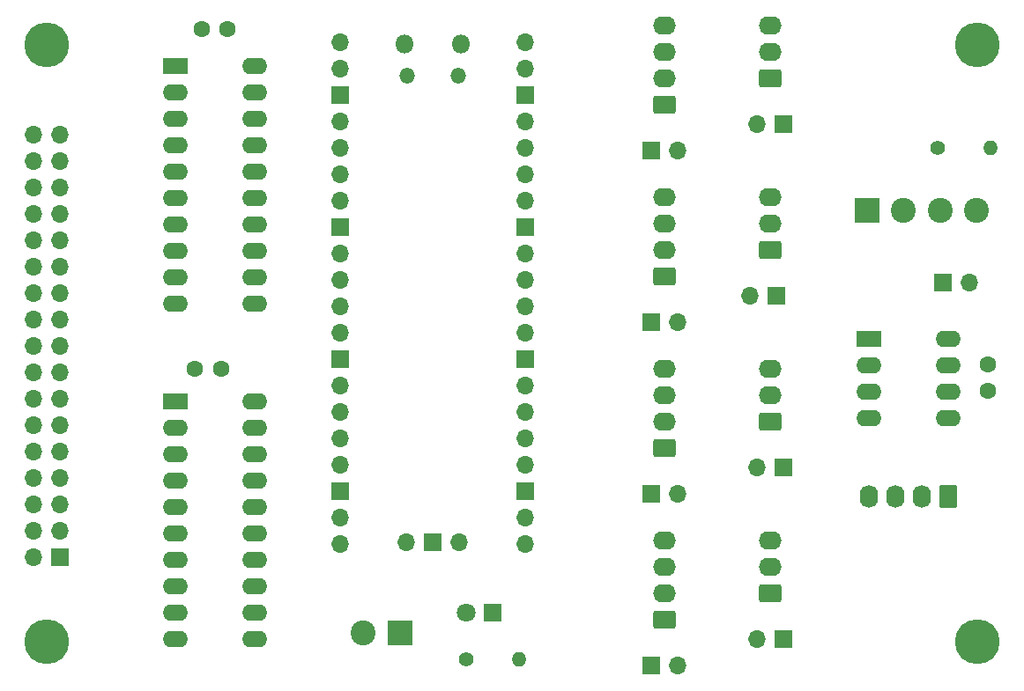
<source format=gbr>
%TF.GenerationSoftware,KiCad,Pcbnew,(6.0.1)*%
%TF.CreationDate,2022-01-30T10:53:23+01:00*%
%TF.ProjectId,wpcpowermon,77706370-6f77-4657-926d-6f6e2e6b6963,rev?*%
%TF.SameCoordinates,Original*%
%TF.FileFunction,Soldermask,Bot*%
%TF.FilePolarity,Negative*%
%FSLAX46Y46*%
G04 Gerber Fmt 4.6, Leading zero omitted, Abs format (unit mm)*
G04 Created by KiCad (PCBNEW (6.0.1)) date 2022-01-30 10:53:23*
%MOMM*%
%LPD*%
G01*
G04 APERTURE LIST*
G04 Aperture macros list*
%AMRoundRect*
0 Rectangle with rounded corners*
0 $1 Rounding radius*
0 $2 $3 $4 $5 $6 $7 $8 $9 X,Y pos of 4 corners*
0 Add a 4 corners polygon primitive as box body*
4,1,4,$2,$3,$4,$5,$6,$7,$8,$9,$2,$3,0*
0 Add four circle primitives for the rounded corners*
1,1,$1+$1,$2,$3*
1,1,$1+$1,$4,$5*
1,1,$1+$1,$6,$7*
1,1,$1+$1,$8,$9*
0 Add four rect primitives between the rounded corners*
20,1,$1+$1,$2,$3,$4,$5,0*
20,1,$1+$1,$4,$5,$6,$7,0*
20,1,$1+$1,$6,$7,$8,$9,0*
20,1,$1+$1,$8,$9,$2,$3,0*%
G04 Aperture macros list end*
%ADD10C,1.600000*%
%ADD11R,1.700000X1.700000*%
%ADD12O,1.700000X1.700000*%
%ADD13R,2.400000X1.600000*%
%ADD14O,2.400000X1.600000*%
%ADD15C,4.300000*%
%ADD16R,2.400000X2.400000*%
%ADD17C,2.400000*%
%ADD18RoundRect,0.250000X0.845000X-0.620000X0.845000X0.620000X-0.845000X0.620000X-0.845000X-0.620000X0*%
%ADD19O,2.190000X1.740000*%
%ADD20R,1.800000X1.800000*%
%ADD21C,1.800000*%
%ADD22C,1.400000*%
%ADD23O,1.400000X1.400000*%
%ADD24RoundRect,0.250000X0.620000X0.845000X-0.620000X0.845000X-0.620000X-0.845000X0.620000X-0.845000X0*%
%ADD25O,1.740000X2.190000*%
%ADD26O,1.500000X1.500000*%
%ADD27O,1.800000X1.800000*%
G04 APERTURE END LIST*
D10*
%TO.C,C3*%
X175241264Y-96792735D03*
X175241264Y-99292735D03*
%TD*%
D11*
%TO.C,JP1*%
X170942000Y-88900000D03*
D12*
X173482000Y-88900000D03*
%TD*%
D13*
%TO.C,U3*%
X97155000Y-100330000D03*
D14*
X97155000Y-102870000D03*
X97155000Y-105410000D03*
X97155000Y-107950000D03*
X97155000Y-110490000D03*
X97155000Y-113030000D03*
X97155000Y-115570000D03*
X97155000Y-118110000D03*
X97155000Y-120650000D03*
X97155000Y-123190000D03*
X104775000Y-123190000D03*
X104775000Y-120650000D03*
X104775000Y-118110000D03*
X104775000Y-115570000D03*
X104775000Y-113030000D03*
X104775000Y-110490000D03*
X104775000Y-107950000D03*
X104775000Y-105410000D03*
X104775000Y-102870000D03*
X104775000Y-100330000D03*
%TD*%
D15*
%TO.C,REF\u002A\u002A*%
X84836000Y-66040000D03*
%TD*%
D16*
%TO.C,J12*%
X163641262Y-81942000D03*
D17*
X167141262Y-81942000D03*
X170641262Y-81942000D03*
X174141262Y-81942000D03*
%TD*%
D18*
%TO.C,J8*%
X154305000Y-69215000D03*
D19*
X154305000Y-66675000D03*
X154305000Y-64135000D03*
%TD*%
D18*
%TO.C,J10*%
X154325000Y-102235000D03*
D19*
X154325000Y-99695000D03*
X154325000Y-97155000D03*
%TD*%
D11*
%TO.C,JP3*%
X142875000Y-125730000D03*
D12*
X145415000Y-125730000D03*
%TD*%
D15*
%TO.C,REF\u002A\u002A*%
X174244000Y-66040000D03*
%TD*%
D11*
%TO.C,JP9*%
X142875000Y-76200000D03*
D12*
X145415000Y-76200000D03*
%TD*%
D10*
%TO.C,C1*%
X99695000Y-64516000D03*
X102195000Y-64516000D03*
%TD*%
D13*
%TO.C,U1*%
X163796264Y-94262735D03*
D14*
X163796264Y-96802735D03*
X163796264Y-99342735D03*
X163796264Y-101882735D03*
X171416264Y-101882735D03*
X171416264Y-99342735D03*
X171416264Y-96802735D03*
X171416264Y-94262735D03*
%TD*%
D13*
%TO.C,U4*%
X97155000Y-68072000D03*
D14*
X97155000Y-70612000D03*
X97155000Y-73152000D03*
X97155000Y-75692000D03*
X97155000Y-78232000D03*
X97155000Y-80772000D03*
X97155000Y-83312000D03*
X97155000Y-85852000D03*
X97155000Y-88392000D03*
X97155000Y-90932000D03*
X104775000Y-90932000D03*
X104775000Y-88392000D03*
X104775000Y-85852000D03*
X104775000Y-83312000D03*
X104775000Y-80772000D03*
X104775000Y-78232000D03*
X104775000Y-75692000D03*
X104775000Y-73152000D03*
X104775000Y-70612000D03*
X104775000Y-68072000D03*
%TD*%
D20*
%TO.C,D1*%
X127640000Y-120650000D03*
D21*
X125100000Y-120650000D03*
%TD*%
D11*
%TO.C,J1001*%
X86111000Y-115321000D03*
D12*
X83571000Y-115321000D03*
X86111000Y-112781000D03*
X83571000Y-112781000D03*
X86111000Y-110241000D03*
X83571000Y-110241000D03*
X86111000Y-107701000D03*
X83571000Y-107701000D03*
X86111000Y-105161000D03*
X83571000Y-105161000D03*
X86111000Y-102621000D03*
X83571000Y-102621000D03*
X86111000Y-100081000D03*
X83571000Y-100081000D03*
X86111000Y-97541000D03*
X83571000Y-97541000D03*
X86111000Y-95001000D03*
X83571000Y-95001000D03*
X86111000Y-92461000D03*
X83571000Y-92461000D03*
X86111000Y-89921000D03*
X83571000Y-89921000D03*
X86111000Y-87381000D03*
X83571000Y-87381000D03*
X86111000Y-84841000D03*
X83571000Y-84841000D03*
X86111000Y-82301000D03*
X83571000Y-82301000D03*
X86111000Y-79761000D03*
X83571000Y-79761000D03*
X86111000Y-77221000D03*
X83571000Y-77221000D03*
X86111000Y-74681000D03*
X83571000Y-74681000D03*
%TD*%
D10*
%TO.C,C2*%
X99080000Y-97155000D03*
X101580000Y-97155000D03*
%TD*%
D16*
%TO.C,J4*%
X118745000Y-122555000D03*
D17*
X115245000Y-122555000D03*
%TD*%
D11*
%TO.C,JP4*%
X155600000Y-106680000D03*
D12*
X153060000Y-106680000D03*
%TD*%
D11*
%TO.C,JP6*%
X154945000Y-90170000D03*
D12*
X152405000Y-90170000D03*
%TD*%
D15*
%TO.C,REF\u002A\u002A*%
X174244000Y-123444000D03*
%TD*%
D22*
%TO.C,R1*%
X170434000Y-75946000D03*
D23*
X175514000Y-75946000D03*
%TD*%
D11*
%TO.C,JP5*%
X142870000Y-109220000D03*
D12*
X145410000Y-109220000D03*
%TD*%
D18*
%TO.C,J7*%
X144165000Y-121285000D03*
D19*
X144165000Y-118745000D03*
X144165000Y-116205000D03*
X144165000Y-113665000D03*
%TD*%
D18*
%TO.C,J5*%
X144165000Y-88265000D03*
D19*
X144165000Y-85725000D03*
X144165000Y-83185000D03*
X144165000Y-80645000D03*
%TD*%
D18*
%TO.C,J11*%
X154325000Y-118745000D03*
D19*
X154325000Y-116205000D03*
X154325000Y-113665000D03*
%TD*%
D11*
%TO.C,JP2*%
X155575000Y-123190000D03*
D12*
X153035000Y-123190000D03*
%TD*%
D15*
%TO.C,REF\u002A\u002A*%
X84836000Y-123444000D03*
%TD*%
D18*
%TO.C,J3*%
X144165000Y-71755000D03*
D19*
X144165000Y-69215000D03*
X144165000Y-66675000D03*
X144165000Y-64135000D03*
%TD*%
D24*
%TO.C,J1*%
X171431264Y-109472735D03*
D25*
X168891264Y-109472735D03*
X166351264Y-109472735D03*
X163811264Y-109472735D03*
%TD*%
D26*
%TO.C,U5*%
X124345000Y-68946000D03*
D27*
X124645000Y-65916000D03*
D26*
X119495000Y-68946000D03*
D27*
X119195000Y-65916000D03*
D12*
X113030000Y-65786000D03*
X113030000Y-68326000D03*
D11*
X113030000Y-70866000D03*
D12*
X113030000Y-73406000D03*
X113030000Y-75946000D03*
X113030000Y-78486000D03*
X113030000Y-81026000D03*
D11*
X113030000Y-83566000D03*
D12*
X113030000Y-86106000D03*
X113030000Y-88646000D03*
X113030000Y-91186000D03*
X113030000Y-93726000D03*
D11*
X113030000Y-96266000D03*
D12*
X113030000Y-98806000D03*
X113030000Y-101346000D03*
X113030000Y-103886000D03*
X113030000Y-106426000D03*
D11*
X113030000Y-108966000D03*
D12*
X113030000Y-111506000D03*
X113030000Y-114046000D03*
X130810000Y-114046000D03*
X130810000Y-111506000D03*
D11*
X130810000Y-108966000D03*
D12*
X130810000Y-106426000D03*
X130810000Y-103886000D03*
X130810000Y-101346000D03*
X130810000Y-98806000D03*
D11*
X130810000Y-96266000D03*
D12*
X130810000Y-93726000D03*
X130810000Y-91186000D03*
X130810000Y-88646000D03*
X130810000Y-86106000D03*
D11*
X130810000Y-83566000D03*
D12*
X130810000Y-81026000D03*
X130810000Y-78486000D03*
X130810000Y-75946000D03*
X130810000Y-73406000D03*
D11*
X130810000Y-70866000D03*
D12*
X130810000Y-68326000D03*
X130810000Y-65786000D03*
X119380000Y-113816000D03*
D11*
X121920000Y-113816000D03*
D12*
X124460000Y-113816000D03*
%TD*%
D11*
%TO.C,JP7*%
X142870000Y-92710000D03*
D12*
X145410000Y-92710000D03*
%TD*%
D18*
%TO.C,J9*%
X154325000Y-85725000D03*
D19*
X154325000Y-83185000D03*
X154325000Y-80645000D03*
%TD*%
D11*
%TO.C,JP8*%
X155580000Y-73660000D03*
D12*
X153040000Y-73660000D03*
%TD*%
D18*
%TO.C,J6*%
X144165000Y-104775000D03*
D19*
X144165000Y-102235000D03*
X144165000Y-99695000D03*
X144165000Y-97155000D03*
%TD*%
D22*
%TO.C,R2*%
X125095000Y-125095000D03*
D23*
X130175000Y-125095000D03*
%TD*%
M02*

</source>
